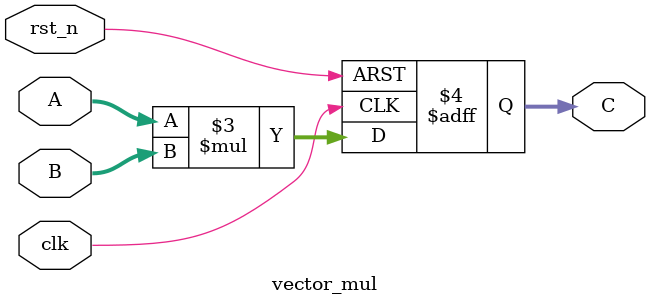
<source format=sv>
module vector_mul(
  input clk,
  input rst_n,
  input [31:0] A,
  input [31:0] B,
  output [31:0] C
  );

  always @ (posedge clk or negedge rst_n) begin
    if(!rst_n)begin
      C <= 32'h0;
    end else begin
      C <= A * B;
    end
    end


endmodule

</source>
